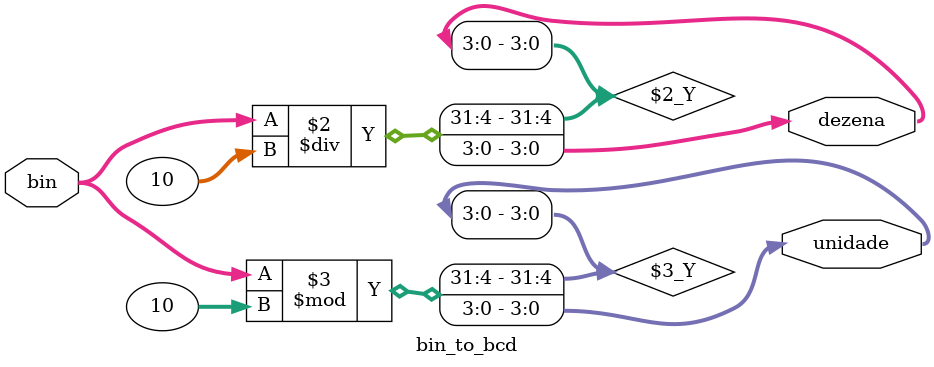
<source format=sv>
module bin_to_bcd (
    input  logic [5:0] bin,
    output logic [3:0] dezena,
    output logic [3:0] unidade
);

    always_comb begin
        dezena = bin / 10;
        unidade = bin % 10;
    end

endmodule
</source>
